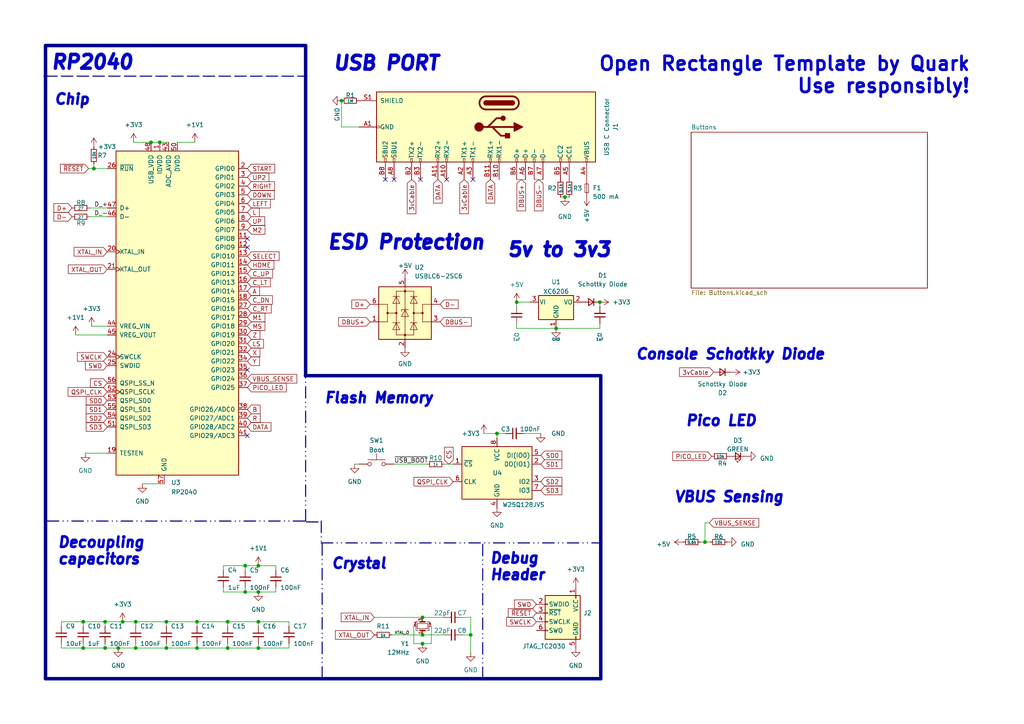
<source format=kicad_sch>
(kicad_sch (version 20230121) (generator eeschema)
  (paper "A4")
  (lib_symbols
    (symbol "Connector:USB_C_Receptacle" (pin_names (offset 1.016))
      (property "Reference" "J" (at -10.16 29.21 0))
      (property "Value" "USB_C_Receptacle" (at 10.16 29.21 0))
      (symbol "USB_C_Receptacle_1_1"
        (pin passive line (at 0 -40.64 90) (length 5.08) (name "GND") (number "A1"))
        (pin bidirectional line (at 15.24 -15.24 180) (length 5.08) (name "RX2-") (number "A10"))
        (pin bidirectional line (at 15.24 -17.78 180) (length 5.08) (name "RX2+") (number "A11"))
        (pin passive line (at 0 -40.64 90) (length 5.08) hide (name "GND") (number "A12"))
        (pin bidirectional line (at 15.24 -10.16 180) (length 5.08) (name "TX1+") (number "A2"))
        (pin bidirectional line (at 15.24 -7.62 180) (length 5.08) (name "TX1-") (number "A3"))
        (pin passive line (at 15.24 25.4 180) (length 5.08) (name "VBUS") (number "A4"))
        (pin bidirectional line (at 15.24 20.32 180) (length 5.08) (name "CC1") (number "A5"))
        (pin bidirectional line (at 15.24 7.62 180) (length 5.08) (name "D+") (number "A6"))
        (pin bidirectional line (at 15.24 12.7 180) (length 5.08) (name "D-") (number "A7"))
        (pin bidirectional line (at 15.24 -30.48 180) (length 5.08) (name "SBU1") (number "A8"))
        (pin passive line (at 15.24 25.4 180) (length 5.08) hide (name "VBUS") (number "A9"))
        (pin passive line (at 0 -40.64 90) (length 5.08) hide (name "GND") (number "B1"))
        (pin bidirectional line (at 15.24 0 180) (length 5.08) (name "RX1-") (number "B10"))
        (pin bidirectional line (at 15.24 -2.54 180) (length 5.08) (name "RX1+") (number "B11"))
        (pin passive line (at 0 -40.64 90) (length 5.08) hide (name "GND") (number "B12"))
        (pin bidirectional line (at 15.24 -25.4 180) (length 5.08) (name "TX2+") (number "B2"))
        (pin bidirectional line (at 15.24 -22.86 180) (length 5.08) (name "TX2-") (number "B3"))
        (pin passive line (at 15.24 25.4 180) (length 5.08) hide (name "VBUS") (number "B4"))
        (pin bidirectional line (at 15.24 17.78 180) (length 5.08) (name "CC2") (number "B5"))
        (pin bidirectional line (at 15.24 5.08 180) (length 5.08) (name "D+") (number "B6"))
        (pin bidirectional line (at 15.24 10.16 180) (length 5.08) (name "D-") (number "B7"))
        (pin bidirectional line (at 15.24 -33.02 180) (length 5.08) (name "SBU2") (number "B8"))
        (pin passive line (at 15.24 25.4 180) (length 5.08) hide (name "VBUS") (number "B9"))
        (pin passive line (at -7.62 -40.64 90) (length 5.08) (name "SHIELD") (number "S1"))
      )
    )
    (symbol "Device:C_Small" (pin_numbers hide) (pin_names (offset 0.254) hide)
      (property "Reference" "C" (at 0.254 1.778 0))
      (property "Value" "C_Small" (at 0.254 -2.032 0))
      (symbol "C_Small_1_1"
        (pin passive line (at 0 2.54 270) (length 2.032) (name "~") (number "1"))
        (pin passive line (at 0 -2.54 90) (length 2.032) (name "~") (number "2"))
      )
    )
    (symbol "Device:Crystal_GND24_Small" (pin_names (offset 1.016) hide)
      (property "Reference" "Y" (at 1.27 4.445 0))
      (property "Value" "Crystal_GND24_Small" (at 1.27 2.54 0))
      (symbol "Crystal_GND24_Small_1_1"
        (pin passive line (at -2.54 0 0) (length 1.27) (name "1") (number "1"))
        (pin passive line (at 0 -2.54 90) (length 0.635) (name "2") (number "2"))
        (pin passive line (at 2.54 0 180) (length 1.27) (name "3") (number "3"))
        (pin passive line (at 0 2.54 270) (length 0.635) (name "4") (number "4"))
      )
    )
    (symbol "Device:D_Small" (pin_numbers hide) (pin_names (offset 0.254) hide)
      (property "Reference" "D" (at -1.27 2.032 0))
      (property "Value" "D_Small" (at -3.81 -2.032 0))
      (symbol "D_Small_1_1"
        (pin passive line (at -2.54 0 0) (length 1.778) (name "K") (number "1"))
        (pin passive line (at 2.54 0 180) (length 1.778) (name "A") (number "2"))
      )
    )
    (symbol "Device:Fuse_Small" (pin_numbers hide) (pin_names (offset 0.254) hide)
      (property "Reference" "F" (at 0 -1.524 0))
      (property "Value" "Fuse_Small" (at 0 1.524 0))
      (symbol "Fuse_Small_1_1"
        (pin passive line (at -2.54 0 0) (length 1.27) (name "~") (number "1"))
        (pin passive line (at 2.54 0 180) (length 1.27) (name "~") (number "2"))
      )
    )
    (symbol "Device:LED_Small" (pin_numbers hide) (pin_names (offset 0.254) hide)
      (property "Reference" "D" (at -1.27 3.175 0))
      (property "Value" "LED_Small" (at -4.445 -2.54 0))
      (symbol "LED_Small_1_1"
        (pin passive line (at -2.54 0 0) (length 1.778) (name "K") (number "1"))
        (pin passive line (at 2.54 0 180) (length 1.778) (name "A") (number "2"))
      )
    )
    (symbol "Device:R_Small" (pin_numbers hide) (pin_names (offset 0.254) hide)
      (property "Reference" "R" (at 0.762 0.508 0))
      (property "Value" "R_Small" (at 0.762 -1.016 0))
      (symbol "R_Small_1_1"
        (pin passive line (at 0 2.54 270) (length 0.762) (name "~") (number "1"))
        (pin passive line (at 0 -2.54 90) (length 0.762) (name "~") (number "2"))
      )
    )
    (symbol "Memory_Flash:W25Q128JVS"
      (property "Reference" "U" (at -8.89 8.89 0))
      (property "Value" "W25Q128JVS" (at 7.62 8.89 0))
      (symbol "W25Q128JVS_1_1"
        (pin input line (at -12.7 2.54 0) (length 2.54) (name "~{CS}") (number "1"))
        (pin bidirectional line (at 12.7 2.54 180) (length 2.54) (name "DO(IO1)") (number "2"))
        (pin bidirectional line (at 12.7 -2.54 180) (length 2.54) (name "IO2") (number "3"))
        (pin power_in line (at 0 -10.16 90) (length 2.54) (name "GND") (number "4"))
        (pin bidirectional line (at 12.7 5.08 180) (length 2.54) (name "DI(IO0)") (number "5"))
        (pin input line (at -12.7 -2.54 0) (length 2.54) (name "CLK") (number "6"))
        (pin bidirectional line (at 12.7 -5.08 180) (length 2.54) (name "IO3") (number "7"))
        (pin power_in line (at 0 10.16 270) (length 2.54) (name "VCC") (number "8"))
      )
    )
    (symbol "Power_Protection:USBLC6-2SC6" (pin_names hide)
      (property "Reference" "U" (at 2.54 8.89 0))
      (property "Value" "USBLC6-2SC6" (at 2.54 -8.89 0))
      (symbol "USBLC6-2SC6_1_1"
        (pin passive line (at -10.16 -2.54 0) (length 2.54) (name "I/O1") (number "1"))
        (pin passive line (at 0 -10.16 90) (length 2.54) (name "GND") (number "2"))
        (pin passive line (at 10.16 -2.54 180) (length 2.54) (name "I/O2") (number "3"))
        (pin passive line (at 10.16 2.54 180) (length 2.54) (name "I/O2") (number "4"))
        (pin passive line (at 0 10.16 270) (length 2.54) (name "VBUS") (number "5"))
        (pin passive line (at -10.16 2.54 0) (length 2.54) (name "I/O1") (number "6"))
      )
    )
    (symbol "Regulator_Linear:XC6206PxxxMR" (pin_names (offset 0.254))
      (property "Reference" "U" (at -3.81 3.175 0))
      (property "Value" "XC6206PxxxMR" (at 0 3.175 0))
      (symbol "XC6206PxxxMR_1_1"
        (pin power_in line (at 0 -7.62 90) (length 2.54) (name "GND") (number "1"))
        (pin power_out line (at 7.62 0 180) (length 2.54) (name "VO") (number "2"))
        (pin power_in line (at -7.62 0 0) (length 2.54) (name "VI") (number "3"))
      )
    )
    (symbol "Sleep-lib:RP2040" (pin_names (offset 1.016))
      (property "Reference" "U" (at 8.89 51.435 0))
      (property "Value" "RP2040" (at 8.89 48.895 0))
      (symbol "RP2040_1_1"
        (pin power_in line (at -5.08 50.8 270) (length 2.54) (name "IOVDD") (number "1"))
        (pin power_in line (at -5.08 50.8 270) (length 2.54) hide (name "IOVDD") (number "10"))
        (pin input line (at 20.32 22.86 180) (length 2.54) (name "GPIO8") (number "11"))
        (pin input line (at 20.32 20.32 180) (length 2.54) (name "GPIO9") (number "12"))
        (pin input line (at 20.32 17.78 180) (length 2.54) (name "GPIO10") (number "13"))
        (pin input line (at 20.32 15.24 180) (length 2.54) (name "GPIO11") (number "14"))
        (pin input line (at 20.32 12.7 180) (length 2.54) (name "GPIO12") (number "15"))
        (pin input line (at 20.32 10.16 180) (length 2.54) (name "GPIO13") (number "16"))
        (pin input line (at 20.32 7.62 180) (length 2.54) (name "GPIO14") (number "17"))
        (pin input line (at 20.32 5.08 180) (length 2.54) (name "GPIO15") (number "18"))
        (pin input line (at -20.32 -39.37 0) (length 2.54) (name "TESTEN") (number "19"))
        (pin input line (at 20.32 43.18 180) (length 2.54) (name "GPIO0") (number "2"))
        (pin input clock (at -20.32 19.05 0) (length 2.54) (name "XTAL_IN") (number "20"))
        (pin input clock (at -20.32 13.97 0) (length 2.54) (name "XTAL_OUT") (number "21"))
        (pin power_in line (at -5.08 50.8 270) (length 2.54) hide (name "IOVDD") (number "22"))
        (pin power_in line (at 0 50.8 270) (length 2.54) hide (name "DVDD") (number "23"))
        (pin input clock (at -20.32 -11.43 0) (length 2.54) (name "SWCLK") (number "24"))
        (pin bidirectional line (at -20.32 -13.97 0) (length 2.54) (name "SWDIO") (number "25"))
        (pin input line (at -20.32 43.18 0) (length 2.54) (name "~{RUN}") (number "26"))
        (pin input line (at 20.32 2.54 180) (length 2.54) (name "GPIO16") (number "27"))
        (pin input line (at 20.32 0 180) (length 2.54) (name "GPIO17") (number "28"))
        (pin input line (at 20.32 -2.54 180) (length 2.54) (name "GPIO18") (number "29"))
        (pin input line (at 20.32 40.64 180) (length 2.54) (name "GPIO1") (number "3"))
        (pin input line (at 20.32 -5.08 180) (length 2.54) (name "GPIO19") (number "30"))
        (pin input line (at 20.32 -7.62 180) (length 2.54) (name "GPIO20") (number "31"))
        (pin input line (at 20.32 -10.16 180) (length 2.54) (name "GPIO21") (number "32"))
        (pin power_in line (at -5.08 50.8 270) (length 2.54) hide (name "IOVDD") (number "33"))
        (pin input line (at 20.32 -12.7 180) (length 2.54) (name "GPIO22") (number "34"))
        (pin input line (at 20.32 -15.24 180) (length 2.54) (name "GPIO23") (number "35"))
        (pin input line (at 20.32 -17.78 180) (length 2.54) (name "GPIO24") (number "36"))
        (pin input line (at 20.32 -20.32 180) (length 2.54) (name "GPIO25") (number "37"))
        (pin input line (at 20.32 -26.67 180) (length 2.54) (name "GPIO26/ADC0") (number "38"))
        (pin input line (at 20.32 -29.21 180) (length 2.54) (name "GPIO27/ADC1") (number "39"))
        (pin input line (at 20.32 38.1 180) (length 2.54) (name "GPIO2") (number "4"))
        (pin input line (at 20.32 -31.75 180) (length 2.54) (name "GPIO28/ADC2") (number "40"))
        (pin input line (at 20.32 -34.29 180) (length 2.54) (name "GPIO29/ADC3") (number "41"))
        (pin power_in line (at -5.08 50.8 270) (length 2.54) hide (name "IOVDD") (number "42"))
        (pin power_in line (at -2.54 50.8 270) (length 2.54) (name "ADC_AVDD") (number "43"))
        (pin power_in line (at -20.32 -2.54 0) (length 2.54) (name "VREG_VIN") (number "44"))
        (pin power_out line (at -20.32 -5.08 0) (length 2.54) (name "VREG_VOUT") (number "45"))
        (pin bidirectional line (at -20.32 29.21 0) (length 2.54) (name "D-") (number "46"))
        (pin bidirectional line (at -20.32 31.75 0) (length 2.54) (name "D+") (number "47"))
        (pin power_in line (at -7.62 50.8 270) (length 2.54) (name "USB_VDD") (number "48"))
        (pin power_in line (at -5.08 50.8 270) (length 2.54) hide (name "IOVDD") (number "49"))
        (pin input line (at 20.32 35.56 180) (length 2.54) (name "GPIO3") (number "5"))
        (pin power_in line (at 0 50.8 270) (length 2.54) (name "DVDD") (number "50"))
        (pin bidirectional line (at -20.32 -31.75 0) (length 2.54) (name "QSPI_SD3") (number "51"))
        (pin input clock (at -20.32 -21.59 0) (length 2.54) (name "QSPI_SCLK") (number "52"))
        (pin bidirectional line (at -20.32 -24.13 0) (length 2.54) (name "QSPI_SD0") (number "53"))
        (pin bidirectional line (at -20.32 -29.21 0) (length 2.54) (name "QSPI_SD2") (number "54"))
        (pin bidirectional line (at -20.32 -26.67 0) (length 2.54) (name "QSPI_SD1") (number "55"))
        (pin bidirectional line (at -20.32 -19.05 0) (length 2.54) (name "QSPI_SS_N") (number "56"))
        (pin power_in line (at -3.81 -48.26 90) (length 2.54) (name "GND") (number "57"))
        (pin input line (at 20.32 33.02 180) (length 2.54) (name "GPIO4") (number "6"))
        (pin input line (at 20.32 30.48 180) (length 2.54) (name "GPIO5") (number "7"))
        (pin input line (at 20.32 27.94 180) (length 2.54) (name "GPIO6") (number "8"))
        (pin input line (at 20.32 25.4 180) (length 2.54) (name "GPIO7") (number "9"))
      )
    )
    (symbol "Switch:SW_Push" (pin_numbers hide) (pin_names (offset 1.016) hide)
      (property "Reference" "SW" (at 1.27 2.54 0))
      (property "Value" "SW_Push" (at 0 -1.524 0))
      (symbol "SW_Push_0_1"
        (pin passive line (at -5.08 0 0) (length 2.54) (name "1") (number "1"))
        (pin passive line (at 5.08 0 180) (length 2.54) (name "2") (number "2"))
      )
    )
    (symbol "marbastlib-various:JTAG_TC2030" (pin_names (offset 1.016))
      (property "Reference" "J" (at -3.81 -6.35 0))
      (property "Value" "JTAG_TC2030" (at -10.16 8.89 0))
      (symbol "JTAG_TC2030_1_1"
        (pin passive line (at 5.08 10.16 270) (length 2.54) (name "VCC") (number "1"))
        (pin passive line (at -6.35 5.08 0) (length 2.54) (name "SWDIO") (number "2"))
        (pin passive line (at -6.35 2.54 0) (length 2.54) (name "~{RST}") (number "3"))
        (pin passive line (at -6.35 0 0) (length 2.54) (name "SWCLK") (number "4"))
        (pin passive line (at 5.08 -7.62 90) (length 2.54) (name "GND") (number "5"))
        (pin passive line (at -6.35 -2.54 0) (length 2.54) (name "SWO") (number "6"))
      )
    )
    (symbol "power:+1V1" (power) (pin_names (offset 0))
      (property "Value" "+1V1" (at 0 3.556 0))
      (symbol "+1V1_1_1"
        (pin power_in line (at 0 0 90) (length 0) hide (name "+1V1") (number "1"))
      )
    )
    (symbol "power:+3.3V" (power) (pin_names (offset 0))
      (property "Value" "+3.3V" (at 0 3.556 0))
      (symbol "+3.3V_1_1"
        (pin power_in line (at 0 0 90) (length 0) hide (name "+3V3") (number "1"))
      )
    )
    (symbol "power:+3V3" (power) (pin_names (offset 0))
      (property "Value" "+3V3" (at 0 3.556 0))
      (symbol "+3V3_1_1"
        (pin power_in line (at 0 0 90) (length 0) hide (name "+3V3") (number "1"))
      )
    )
    (symbol "power:+5V" (power) (pin_names (offset 0))
      (property "Value" "+5V" (at 0 3.556 0))
      (symbol "+5V_1_1"
        (pin power_in line (at 0 0 90) (length 0) hide (name "+5V") (number "1"))
      )
    )
    (symbol "power:GND" (power) (pin_names (offset 0))
      (property "Value" "GND" (at 0 -3.81 0))
      (symbol "GND_1_1"
        (pin power_in line (at 0 0 270) (length 0) hide (name "GND") (number "1"))
      )
    )
  )
  (junction (at 74.93 164.084))
  (junction (at 140.001 196.85))
  (junction (at 39.37 187.96))
  (junction (at 57.15 180.34))
  (junction (at 66.04 187.96))
  (junction (at 24.13 180.34))
  (junction (at 30.48 180.34))
  (junction (at 35.56 180.34))
  (junction (at 122.555 179.07))
  (junction (at 174.244 157.4631))
  (junction (at 30.48 187.96))
  (junction (at 136.525 184.15))
  (junction (at 48.26 180.34))
  (junction (at 34.29 187.96))
  (junction (at 204.47 157.226))
  (junction (at 74.93 180.34))
  (junction (at 46.355 41.275))
  (junction (at 13.208 22.098))
  (junction (at 149.86 87.63) (diameter 0.9144))
  (junction (at 71.12 164.084))
  (junction (at 122.555 186.69))
  (junction (at 57.15 187.96))
  (junction (at 43.815 41.275))
  (junction (at 74.93 187.96))
  (junction (at 24.13 187.96))
  (junction (at 71.12 171.704))
  (junction (at 173.99 87.63))
  (junction (at 74.93 171.704))
  (junction (at 88.646 22.098))
  (junction (at 27.2222 48.895))
  (junction (at 144.145 125.73))
  (junction (at 99.06 29.21))
  (junction (at 161.29 95.25) (diameter 0.9144))
  (junction (at 48.26 187.96))
  (junction (at 39.37 180.34))
  (junction (at 122.555 184.15))
  (junction (at 66.04 180.34))
  (junction (at 88.646 108.966))
  (junction (at 163.8554 57.15))
  (no_connect (at 71.755 69.215))
  (no_connect (at 71.755 107.315))
  (no_connect (at 114.3 52.07))
  (no_connect (at 71.755 71.755))
  (no_connect (at 129.54 52.07))
  (no_connect (at 71.755 126.365))
  (no_connect (at 137.16 52.07))
  (no_connect (at 111.76 52.07))
  (no_connect (at 121.92 52.07))
  (wire (pts (xy 31.115 97.155) (xy 21.9456 97.155)))
  (wire (pts (xy 57.15 180.34) (xy 57.15 181.61)))
  (wire (pts (xy 17.78 187.96) (xy 24.13 187.96)))
  (wire (pts (xy 43.815 41.275) (xy 46.355 41.275)))
  (wire (pts (xy 136.525 179.07) (xy 136.525 184.15)))
  (wire (pts (xy 64.77 164.084) (xy 64.77 165.354)))
  (wire (pts (xy 57.15 186.69) (xy 57.15 187.96)))
  (wire (pts (xy 24.765 131.445) (xy 31.115 131.445)))
  (wire (pts (xy 125.095 181.61) (xy 125.095 186.69)))
  (wire (pts (xy 120.015 181.61) (xy 120.015 186.69)))
  (wire (pts (xy 24.13 187.96) (xy 30.48 187.96)))
  (wire (pts (xy 27.2222 47.625) (xy 27.2222 48.895)))
  (wire (pts (xy 71.12 164.084) (xy 71.12 165.354)))
  (wire (pts (xy 57.15 187.96) (xy 66.04 187.96)))
  (bus (pts (xy 174.244 157.4631) (xy 174.244 108.966)) (stroke (width 1)))
  (wire (pts (xy 74.93 187.96) (xy 83.82 187.96)))
  (wire (pts (xy 136.525 184.15) (xy 133.985 184.15)))
  (wire (pts (xy 17.78 180.34) (xy 24.13 180.34)))
  (wire (pts (xy 41.275 140.335) (xy 47.625 140.335)))
  (wire (pts (xy 114.3 134.62) (xy 123.825 134.62)))
  (wire (pts (xy 64.77 171.704) (xy 71.12 171.704)))
  (wire (pts (xy 102.87 134.62) (xy 104.14 134.62)))
  (wire (pts (xy 161.29 95.25) (xy 149.86 95.25)))
  (wire (pts (xy 128.905 184.15) (xy 122.555 184.15)))
  (wire (pts (xy 25.9842 62.865) (xy 31.115 62.865)))
  (wire (pts (xy 144.145 125.73) (xy 146.685 125.73)))
  (bus (pts (xy 88.646 108.966) (xy 174.244 108.966)) (stroke (width 1)))
  (bus (pts (xy 174.244 157.4631) (xy 174.244 157.48)))
  (wire (pts (xy 30.48 180.34) (xy 35.56 180.34)))
  (bus (pts (xy 88.646 13.208) (xy 88.646 22.098)) (stroke (width 1)))
  (wire (pts (xy 25.9842 60.325) (xy 31.115 60.325)))
  (wire (pts (xy 80.01 164.084) (xy 80.01 165.354)))
  (wire (pts (xy 74.93 180.34) (xy 83.82 180.34)))
  (wire (pts (xy 149.86 87.63) (xy 149.86 88.9)))
  (wire (pts (xy 66.04 186.69) (xy 66.04 187.96)))
  (wire (pts (xy 39.37 187.96) (xy 48.26 187.96)))
  (wire (pts (xy 35.56 180.34) (xy 39.37 180.34)))
  (wire (pts (xy 203.2 157.226) (xy 204.47 157.226)))
  (wire (pts (xy 83.82 180.34) (xy 83.82 181.61)))
  (wire (pts (xy 51.435 41.275) (xy 56.515 41.275)))
  (wire (pts (xy 38.735 41.275) (xy 43.815 41.275)))
  (wire (pts (xy 39.37 187.96) (xy 39.37 186.69)))
  (wire (pts (xy 66.04 180.34) (xy 74.93 180.34)))
  (wire (pts (xy 74.93 171.704) (xy 80.01 171.704)))
  (wire (pts (xy 34.29 187.96) (xy 39.37 187.96)))
  (wire (pts (xy 48.26 180.34) (xy 48.26 181.61)))
  (wire (pts (xy 39.37 180.34) (xy 39.37 181.61)))
  (wire (pts (xy 83.82 187.96) (xy 83.82 186.69)))
  (wire (pts (xy 39.37 180.34) (xy 48.26 180.34)))
  (bus (pts (xy 140.001 196.85) (xy 174.244 196.85)) (stroke (width 1)))
  (bus (pts (xy 88.646 151.13) (xy 88.646 108.966)) (stroke (width 0) (type dash_dot_dot)))
  (wire (pts (xy 125.095 186.69) (xy 122.555 186.69)))
  (wire (pts (xy 74.93 164.084) (xy 80.01 164.084)))
  (bus (pts (xy 93.1852 151.13) (xy 93.1852 157.4631)) (stroke (width 0) (type dash_dot_dot)))
  (wire (pts (xy 108.585 179.07) (xy 122.555 179.07)))
  (wire (pts (xy 204.47 157.226) (xy 205.9178 157.226)))
  (wire (pts (xy 144.145 125.73) (xy 144.145 127)))
  (wire (pts (xy 71.12 171.704) (xy 74.93 171.704)))
  (wire (pts (xy 30.48 180.34) (xy 24.13 180.34)))
  (wire (pts (xy 149.86 93.98) (xy 149.86 95.25)))
  (wire (pts (xy 30.48 180.34) (xy 30.48 181.61)))
  (wire (pts (xy 48.26 187.96) (xy 57.15 187.96)))
  (wire (pts (xy 71.12 170.434) (xy 71.12 171.704)))
  (wire (pts (xy 162.56 57.15) (xy 163.8554 57.15)))
  (wire (pts (xy 128.905 134.62) (xy 131.445 134.62)))
  (wire (pts (xy 173.99 93.9546) (xy 173.99 95.25)))
  (wire (pts (xy 133.985 179.07) (xy 136.525 179.07)))
  (wire (pts (xy 99.06 36.83) (xy 99.06 29.21)))
  (wire (pts (xy 151.765 125.73) (xy 156.845 125.73)))
  (wire (pts (xy 74.93 180.34) (xy 74.93 181.61)))
  (bus (pts (xy 93.1852 157.4631) (xy 174.244 157.4631)) (stroke (width 0) (type dash_dot_dot)))
  (wire (pts (xy 120.015 186.69) (xy 122.555 186.69)))
  (wire (pts (xy 25.6793 48.895) (xy 27.2222 48.895)))
  (wire (pts (xy 157.48 52.07) (xy 154.94 52.07)))
  (wire (pts (xy 48.26 187.96) (xy 48.26 186.69)))
  (wire (pts (xy 80.01 171.704) (xy 80.01 170.434)))
  (wire (pts (xy 71.12 164.084) (xy 64.77 164.084)))
  (wire (pts (xy 26.5684 94.615) (xy 31.115 94.615)))
  (bus (pts (xy 13.208 22.098) (xy 88.646 22.098)) (stroke (width 0) (type dash)))
  (wire (pts (xy 140.335 125.73) (xy 144.145 125.73)))
  (bus (pts (xy 13.716 151.13) (xy 88.646 151.13)) (stroke (width 0) (type dash_dot_dot)))
  (bus (pts (xy 174.244 196.85) (xy 174.244 157.4631)) (stroke (width 1)))
  (bus (pts (xy 88.646 22.098) (xy 88.646 108.966)) (stroke (width 1)))
  (wire (pts (xy 57.15 180.34) (xy 66.04 180.34)))
  (wire (pts (xy 17.78 181.61) (xy 17.78 180.34)))
  (wire (pts (xy 66.04 187.96) (xy 74.93 187.96)))
  (wire (pts (xy 46.355 41.275) (xy 48.895 41.275)))
  (wire (pts (xy 74.93 187.96) (xy 74.93 186.69)))
  (wire (pts (xy 163.8554 57.15) (xy 165.1 57.15)))
  (wire (pts (xy 17.78 186.69) (xy 17.78 187.96)))
  (wire (pts (xy 27.2222 48.895) (xy 31.115 48.895)))
  (wire (pts (xy 74.93 164.084) (xy 71.12 164.084)))
  (wire (pts (xy 104.14 36.83) (xy 99.06 36.83)))
  (wire (pts (xy 205.74 151.638) (xy 204.47 151.638)))
  (bus (pts (xy 140.001 196.85) (xy 140.001 157.48)) (stroke (width 0) (type dash_dot_dot)))
  (wire (pts (xy 24.13 180.34) (xy 24.13 181.61)))
  (wire (pts (xy 204.47 151.638) (xy 204.47 157.226)))
  (bus (pts (xy 13.208 13.208) (xy 13.208 22.098)) (stroke (width 1)))
  (wire (pts (xy 66.04 180.34) (xy 66.04 181.61)))
  (wire (pts (xy 30.48 186.69) (xy 30.48 187.96)))
  (wire (pts (xy 64.77 170.434) (xy 64.77 171.704)))
  (bus (pts (xy 93.4392 157.7171) (xy 93.4392 197.104)) (stroke (width 0) (type dash_dot_dot)))
  (wire (pts (xy 128.905 179.07) (xy 122.555 179.07)))
  (wire (pts (xy 173.99 88.8746) (xy 173.99 87.63)))
  (wire (pts (xy 122.555 184.15) (xy 113.665 184.15)))
  (wire (pts (xy 30.48 187.96) (xy 34.29 187.96)))
  (wire (pts (xy 24.13 186.69) (xy 24.13 187.96)))
  (bus (pts (xy 13.208 196.85) (xy 140.001 196.85)) (stroke (width 1)))
  (wire (pts (xy 136.525 184.15) (xy 136.525 189.23)))
  (bus (pts (xy 13.208 13.208) (xy 88.646 13.208)) (stroke (width 1)))
  (wire (pts (xy 48.26 180.34) (xy 57.15 180.34)))
  (bus (pts (xy 13.208 22.098) (xy 13.208 196.85)) (stroke (width 1)))
  (wire (pts (xy 161.29 95.25) (xy 173.99 95.25)))
  (wire (pts (xy 152.4 52.07) (xy 149.86 52.07)))
  (wire (pts (xy 149.86 87.63) (xy 153.67 87.63)))
  (bus (pts (xy 88.9 151.384) (xy 93.4392 151.384)) (stroke (width 0) (type dash_dot_dot)))
  (text "Console Schotkky Diode" (at 184.15 104.648 0) (effects (font (size 3 3) (thickness 2) bold italic) (justify left bottom)))
  (text "Crystal" (at 95.885 165.354 0) (effects (font (size 3 3) (thickness 2) bold italic) (justify left bottom)))
  (text "USB PORT" (at 96.266 20.828 0) (effects (font (size 4 4) (thickness 2) bold italic) (justify left bottom)))
  (text "Flash Memory" (at 93.853 117.348 0) (effects (font (size 3 3) (thickness 2) bold italic) (justify left bottom)))
  (text "Pico LED" (at 198.628 123.952 0) (effects (font (size 3 3) (thickness 2) bold italic) (justify left bottom)))
  (text "Open Rectangle Template by Quark\nUse responsibly!" (at 281.686 27.432 0) (effects (font (size 4 4) (thickness 0.8) bold) (justify right bottom)))
  (text "RP2040" (at 14.478 20.574 0) (effects (font (size 4 4) (thickness 2) bold italic) (justify left bottom)))
  (text "Debug\nHeader" (at 141.859 168.656 0) (effects (font (size 3 3) (thickness 2) bold italic) (justify left bottom)))
  (text "VBUS Sensing" (at 195.326 146.05 0) (effects (font (size 3 3) (thickness 2) bold italic) (justify left bottom)))
  (text "Chip" (at 15.494 30.734 0) (effects (font (size 3 3) (thickness 2) bold italic) (justify left bottom)))
  (text "5v to 3v3" (at 146.812 74.93 0) (effects (font (size 4 4) (thickness 2) bold italic) (justify left bottom)))
  (text "ESD Protection" (at 94.615 72.771 0) (effects (font (size 4 4) (thickness 2) bold italic) (justify left bottom)))
  (text "Decoupling\ncapacitors" (at 16.51 164.084 0) (effects (font (size 3 3) (thickness 2) bold italic) (justify left bottom)))
  (label "D_+" (at 27.305 60.325 0))
  (label "~{USB_BOOT}" (at 114.3 134.62 0))
  (label "D_-" (at 27.305 62.865 0))
  (label "XTAL_O" (at 118.745 184.15 180) (effects (font (size 0.8 0.8))))
  (global_label "D+" (shape input) (at 107.315 88.265 180) (property "Intersheetrefs" "${INTERSHEET_REFS}" (effects hide)))
  (global_label "C_UP" (shape input) (at 71.755 79.375 0) (property "Intersheetrefs" "${INTERSHEET_REFS}" (effects hide)))
  (global_label "3vCable" (shape input) (at 134.62 52.07 270) (property "Intersheetrefs" "${INTERSHEET_REFS}" (effects hide)))
  (global_label "~{RESET}" (shape input) (at 155.575 177.8 180) (property "Intersheetrefs" "${INTERSHEET_REFS}" (effects hide)))
  (global_label "SWD" (shape input) (at 155.575 175.26 180) (property "Intersheetrefs" "${INTERSHEET_REFS}" (effects hide)))
  (global_label "SD0" (shape input) (at 31.115 116.205 180) (property "Intersheetrefs" "${INTERSHEET_REFS}" (effects hide)))
  (global_label "START" (shape input) (at 71.755 48.895 0) (property "Intersheetrefs" "${INTERSHEET_REFS}" (effects hide)))
  (global_label "QSPI_CLK" (shape input) (at 131.445 139.7 180) (property "Intersheetrefs" "${INTERSHEET_REFS}" (effects hide)))
  (global_label "UP2" (shape input) (at 71.755 51.435 0) (property "Intersheetrefs" "${INTERSHEET_REFS}" (effects hide)))
  (global_label "SD0" (shape input) (at 156.845 132.08 0) (property "Intersheetrefs" "${INTERSHEET_REFS}" (effects hide)))
  (global_label "D-" (shape input) (at 20.9042 62.865 180) (property "Intersheetrefs" "${INTERSHEET_REFS}" (effects hide)))
  (global_label "DATA" (shape input) (at 71.755 123.825 0) (property "Intersheetrefs" "${INTERSHEET_REFS}" (effects hide)))
  (global_label "SWD" (shape input) (at 31.115 106.045 180) (property "Intersheetrefs" "${INTERSHEET_REFS}" (effects hide)))
  (global_label "SD3" (shape input) (at 156.845 142.24 0) (property "Intersheetrefs" "${INTERSHEET_REFS}" (effects hide)))
  (global_label "UP" (shape input) (at 71.755 64.135 0) (property "Intersheetrefs" "${INTERSHEET_REFS}" (effects hide)))
  (global_label "PICO_LED" (shape input) (at 71.755 112.395 0) (property "Intersheetrefs" "${INTERSHEET_REFS}" (effects hide)))
  (global_label "PICO_LED" (shape input) (at 206.4258 132.334 180) (property "Intersheetrefs" "${INTERSHEET_REFS}" (effects hide)))
  (global_label "VBUS_SENSE" (shape input) (at 205.74 151.638 0) (property "Intersheetrefs" "${INTERSHEET_REFS}" (effects hide)))
  (global_label "MS" (shape input) (at 71.755 94.615 0) (property "Intersheetrefs" "${INTERSHEET_REFS}" (effects hide)))
  (global_label "DATA" (shape input) (at 142.24 52.07 270) (property "Intersheetrefs" "${INTERSHEET_REFS}" (effects hide)))
  (global_label "SD1" (shape input) (at 31.115 118.745 180) (property "Intersheetrefs" "${INTERSHEET_REFS}" (effects hide)))
  (global_label "HOME" (shape input) (at 71.755 76.835 0) (property "Intersheetrefs" "${INTERSHEET_REFS}" (effects hide)))
  (global_label "SD3" (shape input) (at 31.115 123.825 180) (property "Intersheetrefs" "${INTERSHEET_REFS}" (effects hide)))
  (global_label "XTAL_OUT" (shape input) (at 31.115 78.105 180) (property "Intersheetrefs" "${INTERSHEET_REFS}" (effects hide)))
  (global_label "C_LT" (shape input) (at 71.755 81.915 0) (property "Intersheetrefs" "${INTERSHEET_REFS}" (effects hide)))
  (global_label "DBUS-" (shape input) (at 127.635 93.345 0) (property "Intersheetrefs" "${INTERSHEET_REFS}" (effects hide)))
  (global_label "R" (shape input) (at 71.755 121.285 0) (property "Intersheetrefs" "${INTERSHEET_REFS}" (effects hide)))
  (global_label "A" (shape input) (at 71.755 84.455 0) (property "Intersheetrefs" "${INTERSHEET_REFS}" (effects hide)))
  (global_label "SELECT" (shape input) (at 71.755 74.295 0) (property "Intersheetrefs" "${INTERSHEET_REFS}" (effects hide)))
  (global_label "D-" (shape input) (at 127.635 88.265 0) (property "Intersheetrefs" "${INTERSHEET_REFS}" (effects hide)))
  (global_label "M2" (shape input) (at 71.755 66.675 0) (property "Intersheetrefs" "${INTERSHEET_REFS}" (effects hide)))
  (global_label "CS" (shape input) (at 31.115 111.125 180) (property "Intersheetrefs" "${INTERSHEET_REFS}" (effects hide)))
  (global_label "SD2" (shape input) (at 156.845 139.7 0) (property "Intersheetrefs" "${INTERSHEET_REFS}" (effects hide)))
  (global_label "L" (shape input) (at 71.755 61.595 0) (property "Intersheetrefs" "${INTERSHEET_REFS}" (effects hide)))
  (global_label "3vCable" (shape input) (at 207.01 107.95 180) (property "Intersheetrefs" "${INTERSHEET_REFS}" (effects hide)))
  (global_label "DBUS-" (shape input) (at 156.2608 52.07 270) (property "Intersheetrefs" "${INTERSHEET_REFS}" (effects hide)))
  (global_label "Z" (shape input) (at 71.755 97.155 0) (property "Intersheetrefs" "${INTERSHEET_REFS}" (effects hide)))
  (global_label "CS" (shape input) (at 130.175 134.62 90) (property "Intersheetrefs" "${INTERSHEET_REFS}" (effects hide)))
  (global_label "C_RT" (shape input) (at 71.755 89.535 0) (property "Intersheetrefs" "${INTERSHEET_REFS}" (effects hide)))
  (global_label "C_DN" (shape input) (at 71.755 86.995 0) (property "Intersheetrefs" "${INTERSHEET_REFS}" (effects hide)))
  (global_label "XTAL_IN" (shape input) (at 31.115 73.025 180) (property "Intersheetrefs" "${INTERSHEET_REFS}" (effects hide)))
  (global_label "VBUS_SENSE" (shape input) (at 71.755 109.855 0) (property "Intersheetrefs" "${INTERSHEET_REFS}" (effects hide)))
  (global_label "RIGHT" (shape input) (at 71.755 53.975 0) (property "Intersheetrefs" "${INTERSHEET_REFS}" (effects hide)))
  (global_label "D+" (shape input) (at 20.9042 60.325 180) (property "Intersheetrefs" "${INTERSHEET_REFS}" (effects hide)))
  (global_label "QSPI_CLK" (shape input) (at 31.115 113.665 180) (property "Intersheetrefs" "${INTERSHEET_REFS}" (effects hide)))
  (global_label "B" (shape input) (at 71.755 118.745 0) (property "Intersheetrefs" "${INTERSHEET_REFS}" (effects hide)))
  (global_label "DBUS+" (shape input) (at 107.315 93.345 180) (property "Intersheetrefs" "${INTERSHEET_REFS}" (effects hide)))
  (global_label "DBUS+" (shape input) (at 151.1808 52.07 270) (property "Intersheetrefs" "${INTERSHEET_REFS}" (effects hide)))
  (global_label "~{RESET}" (shape input) (at 25.6793 48.895 180) (property "Intersheetrefs" "${INTERSHEET_REFS}" (effects hide)))
  (global_label "XTAL_OUT" (shape input) (at 108.585 184.15 180) (property "Intersheetrefs" "${INTERSHEET_REFS}" (effects hide)))
  (global_label "3vCable" (shape input) (at 119.38 52.07 270) (property "Intersheetrefs" "${INTERSHEET_REFS}" (effects hide)))
  (global_label "SWCLK" (shape input) (at 31.115 103.505 180) (property "Intersheetrefs" "${INTERSHEET_REFS}" (effects hide)))
  (global_label "LS" (shape input) (at 71.755 99.695 0) (property "Intersheetrefs" "${INTERSHEET_REFS}" (effects hide)))
  (global_label "LEFT" (shape input) (at 71.755 59.055 0) (property "Intersheetrefs" "${INTERSHEET_REFS}" (effects hide)))
  (global_label "SD2" (shape input) (at 31.115 121.285 180) (property "Intersheetrefs" "${INTERSHEET_REFS}" (effects hide)))
  (global_label "Y" (shape input) (at 71.755 104.775 0) (property "Intersheetrefs" "${INTERSHEET_REFS}" (effects hide)))
  (global_label "SWCLK" (shape input) (at 155.575 180.34 180) (property "Intersheetrefs" "${INTERSHEET_REFS}" (effects hide)))
  (global_label "DOWN" (shape input) (at 71.755 56.515 0) (property "Intersheetrefs" "${INTERSHEET_REFS}" (effects hide)))
  (global_label "SD1" (shape input) (at 156.845 134.62 0) (property "Intersheetrefs" "${INTERSHEET_REFS}" (effects hide)))
  (global_label "DATA" (shape input) (at 127 52.07 270) (property "Intersheetrefs" "${INTERSHEET_REFS}" (effects hide)))
  (global_label "M1" (shape input) (at 71.755 92.075 0) (property "Intersheetrefs" "${INTERSHEET_REFS}" (effects hide)))
  (global_label "X" (shape input) (at 71.755 102.235 0) (property "Intersheetrefs" "${INTERSHEET_REFS}" (effects hide)))
  (global_label "XTAL_IN" (shape input) (at 108.585 179.07 180) (property "Intersheetrefs" "${INTERSHEET_REFS}" (effects hide)))
  (symbol (lib_id "Device:R_Small") (at 200.66 157.226 90) (unit 1)
    (property "Reference" "R5" (at 201.9647 155.6231 90) (effects (justify left)))
    (property "Value" "5.6k" (at 202.0165 157.2929 90) (effects (font (size 0.8 0.8)) (justify left)))
    (property "Footprint" "Resistor_SMD:R_0603_1608Metric" (effects hide))
    (property "LCSC" "C23189" (effects hide))
  )
  (symbol (lib_id "Device:R_Small") (at 23.4442 62.865 90) (unit 1)
    (property "Reference" "R9" (at 23.4442 64.7446 90))
    (property "Value" "27" (at 23.4442 62.9666 90) (effects (font (size 0.8 0.8))))
    (property "Footprint" "Resistor_SMD:R_0603_1608Metric" (effects hide))
    (property "LCSC" "C25190" (effects hide))
  )
  (symbol (lib_id "power:GND") (at 216.5858 132.334 90) (unit 1)
    (property "Reference" "#PWR018" (effects hide))
    (property "Value" "GND" (at 220.3958 132.969 90) (effects (justify right)))
  )
  (symbol (lib_id "Sleep-lib:RP2040") (at 51.435 92.075 0) (unit 1)
    (property "Reference" "U3" (at 49.6444 139.9445 0) (effects (justify left)))
    (property "Value" "RP2040" (at 49.6444 142.7196 0) (effects (justify left)))
    (property "Footprint" "footprints:RP2040-QFN-56" (effects hide))
    (property "Datasheet" "https://datasheets.raspberrypi.com/rp2040/rp2040-datasheet.pdf" (effects hide))
    (property "LCSC" "C2040" (effects hide))
  )
  (symbol (lib_id "power:GND") (at 102.87 134.62 0) (unit 1)
    (property "Reference" "#PWR019" (effects hide))
    (property "Value" "GND" (at 102.87 139.7 0))
  )
  (symbol (lib_id "Device:Fuse_Small") (at 170.18 54.61 270) (unit 1)
    (property "Reference" "F1" (at 171.9072 54.5084 90) (effects (justify left)))
    (property "Value" "500 mA" (at 171.9072 57.0484 90) (effects (justify left)))
    (property "Footprint" "Fuse:Fuse_1206_3216Metric" (effects hide))
    (property "LCSC" "C70076" (effects hide))
  )
  (symbol (lib_id "Device:C_Small") (at 71.12 167.894 0) (unit 1)
    (property "Reference" "C5" (at 72.39 165.3539 0) (effects (justify left)))
    (property "Value" "100nF" (at 72.39 170.4339 0) (effects (justify left)))
    (property "Footprint" "Capacitor_SMD:C_0402_1005Metric" (effects hide))
    (property "LCSC" "C1525" (effects hide))
  )
  (symbol (lib_id "Device:D_Small") (at 171.45 87.63 180) (unit 1)
    (property "Reference" "D1" (at 174.8028 79.883 0))
    (property "Value" "Schottky Diode" (at 174.8028 82.423 0))
    (property "Footprint" "Diode_SMD:D_SOD-123" (effects hide))
    (property "LCSC" "C8598" (effects hide))
  )
  (symbol (lib_id "Device:C_Small") (at 57.15 184.15 0) (unit 1)
    (property "Reference" "C14" (at 58.42 181.6099 0) (effects (justify left)))
    (property "Value" "100nF" (at 58.42 186.6899 0) (effects (justify left)))
    (property "Footprint" "Capacitor_SMD:C_0402_1005Metric" (effects hide))
    (property "LCSC" "C1525" (effects hide))
  )
  (symbol (lib_id "Device:Crystal_GND24_Small") (at 122.555 181.61 270) (mirror x) (unit 1)
    (property "Reference" "Y1" (at 118.745 186.69 90) (effects (justify right)))
    (property "Value" "12MHz" (at 118.745 189.23 90) (effects (justify right)))
    (property "Footprint" "Crystal:Crystal_SMD_3225-4Pin_3.2x2.5mm" (effects hide))
    (property "LCSC" "C9002" (effects hide))
  )
  (symbol (lib_id "power:+1V1") (at 21.9456 97.155 0) (unit 1)
    (property "Reference" "#PWR012" (effects hide))
    (property "Value" "+1V1" (at 21.9456 92.075 0))
  )
  (symbol (lib_id "Device:C_Small") (at 149.86 91.44 180) (unit 1)
    (property "Reference" "C2" (at 149.86 97.155 0) (effects (font (size 0.762 0.762))))
    (property "Value" "1uF" (at 149.86 98.425 0) (effects (font (size 0.762 0.762))))
    (property "Footprint" "Capacitor_SMD:C_0402_1005Metric" (effects hide))
    (property "LCSC" "C52923" (effects hide))
  )
  (symbol (lib_id "marbastlib-various:JTAG_TC2030") (at 161.925 180.34 0) (unit 1) (in_bom no)
    (property "Reference" "J2" (at 169.2148 177.7999 0) (effects (justify left)))
    (property "Value" "JTAG_TC2030" (at 151.511 187.452 0) (effects (justify left)))
    (property "Footprint" "Connector:Tag-Connect_TC2030-IDC-NL_2x03_P1.27mm_Vertical" (effects hide))
    (property "Datasheet" " ~" (effects hide))
  )
  (symbol (lib_id "Device:C_Small") (at 149.225 125.73 90) (unit 1)
    (property "Reference" "C3" (at 147.9549 124.46 90) (effects (justify left)))
    (property "Value" "100nF" (at 156.8449 124.46 90) (effects (justify left)))
    (property "Footprint" "Capacitor_SMD:C_0402_1005Metric" (effects hide))
    (property "LCSC" "C1525" (effects hide))
  )
  (symbol (lib_id "power:+3V3") (at 167.005 170.18 0) (unit 1)
    (property "Reference" "#PWR025" (effects hide))
    (property "Value" "+3V3" (at 167.005 165.1 0))
  )
  (symbol (lib_id "Device:R_Small") (at 111.125 184.15 270) (mirror x) (unit 1)
    (property "Reference" "R11" (at 111.125 181.61 90))
    (property "Value" "1k" (at 111.125 184.2449 90) (effects (font (size 0.8 0.8))))
    (property "Footprint" "Resistor_SMD:R_0402_1005Metric" (effects hide))
    (property "LCSC" "C11702" (effects hide))
  )
  (symbol (lib_id "power:GND") (at 41.275 140.335 0) (unit 1)
    (property "Reference" "#PWR020" (effects hide))
    (property "Value" "GND" (at 41.275 145.415 0))
  )
  (symbol (lib_id "Device:R_Small") (at 162.56 54.61 180) (unit 1)
    (property "Reference" "R2" (at 161.4931 54.61 0) (effects (justify left)))
    (property "Value" "5.1k" (at 162.6616 53.2892 90) (effects (font (size 0.8 0.8)) (justify left)))
    (property "Footprint" "Resistor_SMD:R_0402_1005Metric" (effects hide))
    (property "LCSC" "C25905" (effects hide))
  )
  (symbol (lib_id "Device:R_Small") (at 23.4442 60.325 90) (unit 1)
    (property "Reference" "R8" (at 23.4442 58.7756 90))
    (property "Value" "27" (at 23.4442 60.4266 90) (effects (font (size 0.8 0.8))))
    (property "Footprint" "Resistor_SMD:R_0603_1608Metric" (effects hide))
    (property "LCSC" "C25190" (effects hide))
  )
  (symbol (lib_id "power:+3V3") (at 27.2222 42.545 0) (unit 1)
    (property "Reference" "#PWR04" (effects hide))
    (property "Value" "+3V3" (at 31.0322 42.545 0))
  )
  (symbol (lib_id "Device:R_Small") (at 208.4578 157.226 90) (unit 1)
    (property "Reference" "R6" (at 209.7949 155.6531 90) (effects (justify left)))
    (property "Value" "10k" (at 209.5918 157.3376 90) (effects (font (size 0.8 0.8)) (justify left)))
    (property "Footprint" "Resistor_SMD:R_0603_1608Metric" (effects hide))
    (property "LCSC" "C25804" (effects hide))
  )
  (symbol (lib_id "Device:C_Small") (at 173.99 91.4146 180) (unit 1)
    (property "Reference" "C1" (at 173.99 97.1296 0) (effects (font (size 0.762 0.762))))
    (property "Value" "1uF" (at 173.99 98.3996 0) (effects (font (size 0.762 0.762))))
    (property "Footprint" "Capacitor_SMD:C_0402_1005Metric" (effects hide))
    (property "LCSC" "C52923" (effects hide))
  )
  (symbol (lib_id "Device:C_Small") (at 80.01 167.894 0) (unit 1)
    (property "Reference" "C6" (at 81.28 165.3539 0) (effects (justify left)))
    (property "Value" "100nF" (at 81.28 170.4339 0) (effects (justify left)))
    (property "Footprint" "Capacitor_SMD:C_0402_1005Metric" (effects hide))
    (property "LCSC" "C1525" (effects hide))
  )
  (symbol (lib_id "Device:D_Small") (at 209.55 107.95 180) (unit 1)
    (property "Reference" "D2" (at 209.55 113.9444 0))
    (property "Value" "Schottky Diode" (at 209.55 111.4044 0))
    (property "Footprint" "Diode_SMD:D_SOD-123" (effects hide))
    (property "LCSC" "C8598" (effects hide))
  )
  (symbol (lib_id "power:+3V3") (at 35.56 180.34 0) (unit 1)
    (property "Reference" "#PWR027" (effects hide))
    (property "Value" "+3V3" (at 35.56 175.26 0))
  )
  (symbol (lib_id "power:GND") (at 136.525 189.23 0) (mirror y) (unit 1)
    (property "Reference" "#PWR031" (effects hide))
    (property "Value" "GND" (at 136.525 194.31 0))
  )
  (symbol (lib_id "Device:C_Small") (at 64.77 167.894 0) (unit 1)
    (property "Reference" "C4" (at 66.04 165.3539 0) (effects (justify left)))
    (property "Value" "1uF" (at 66.04 170.4339 0) (effects (justify left)))
    (property "Footprint" "Capacitor_SMD:C_0402_1005Metric" (effects hide))
    (property "LCSC" "C52923" (effects hide))
  )
  (symbol (lib_id "power:+1V1") (at 74.93 164.084 0) (unit 1)
    (property "Reference" "#PWR024" (effects hide))
    (property "Value" "+1V1" (at 74.93 159.004 0))
  )
  (symbol (lib_id "Regulator_Linear:XC6206PxxxMR") (at 161.29 87.63 0) (unit 1)
    (property "Reference" "U1" (at 161.29 81.7585 0))
    (property "Value" "XC6206" (at 161.29 84.5336 0))
    (property "Footprint" "Package_TO_SOT_SMD:SOT-23" (effects hide))
    (property "Datasheet" "https://www.torexsemi.com/file/xc6206/XC6206.pdf" (effects hide))
    (property "LCSC" "C5446" (effects hide))
  )
  (symbol (lib_id "Device:LED_Small") (at 214.0458 132.334 180) (unit 1)
    (property "Reference" "D3" (at 213.9823 127.762 0))
    (property "Value" "GREEN" (at 213.9823 130.302 0))
    (property "Footprint" "LED_SMD:LED_0805_2012Metric" (effects hide))
    (property "LCSC" "C2297" (effects hide))
  )
  (symbol (lib_id "Device:C_Small") (at 17.78 184.15 0) (unit 1)
    (property "Reference" "C9" (at 19.05 181.6099 0) (effects (justify left)))
    (property "Value" "10uF" (at 19.05 186.6899 0) (effects (justify left)))
    (property "Footprint" "Capacitor_SMD:C_0402_1005Metric" (effects hide))
    (property "LCSC" "C15525" (effects hide))
  )
  (symbol (lib_id "Device:C_Small") (at 39.37 184.15 0) (unit 1)
    (property "Reference" "C12" (at 40.64 181.6099 0) (effects (justify left)))
    (property "Value" "100nF" (at 40.64 186.6899 0) (effects (justify left)))
    (property "Footprint" "Capacitor_SMD:C_0402_1005Metric" (effects hide))
    (property "LCSC" "C1525" (effects hide))
  )
  (symbol (lib_id "power:GND") (at 210.9978 157.226 90) (unit 1)
    (property "Reference" "#PWR023" (effects hide))
    (property "Value" "GND" (at 214.8078 157.861 90) (effects (justify right)))
  )
  (symbol (lib_id "Device:R_Small") (at 27.2222 45.085 0) (unit 1)
    (property "Reference" "R7" (at 28.2891 45.085 0) (effects (justify left)))
    (property "Value" "10k" (at 27.2985 46.2026 90) (effects (font (size 0.8 0.8)) (justify left)))
    (property "Footprint" "Resistor_SMD:R_0402_1005Metric" (effects hide))
    (property "LCSC" "C25744" (effects hide))
  )
  (symbol (lib_id "Device:C_Small") (at 131.445 179.07 270) (mirror x) (unit 1)
    (property "Reference" "C7" (at 133.985 177.8 90))
    (property "Value" "22pF" (at 128.27 177.8 90))
    (property "Footprint" "Capacitor_SMD:C_0402_1005Metric" (effects hide))
    (property "LCSC" "C1555" (effects hide))
  )
  (symbol (lib_id "power:+3.3V") (at 173.99 87.63 270) (unit 1)
    (property "Reference" "#PWR09" (effects hide))
    (property "Value" "+3.3V" (at 177.6222 87.6299 90) (effects (justify left)))
  )
  (symbol (lib_id "power:GND") (at 74.93 171.704 0) (unit 1)
    (property "Reference" "#PWR026" (effects hide))
    (property "Value" "GND" (at 74.93 176.784 0))
  )
  (symbol (lib_id "power:GND") (at 34.29 187.96 0) (unit 1)
    (property "Reference" "#PWR030" (effects hide))
    (property "Value" "GND" (at 34.29 193.04 0))
  )
  (symbol (lib_id "power:+3V3") (at 38.735 41.275 0) (unit 1)
    (property "Reference" "#PWR02" (effects hide))
    (property "Value" "+3V3" (at 38.735 36.195 0))
  )
  (symbol (lib_id "power:+3V3") (at 26.5684 94.615 0) (unit 1)
    (property "Reference" "#PWR010" (effects hide))
    (property "Value" "+3V3" (at 26.5684 89.535 0))
  )
  (symbol (lib_id "Device:C_Small") (at 83.82 184.15 0) (unit 1)
    (property "Reference" "C17" (at 85.09 181.6099 0) (effects (justify left)))
    (property "Value" "100nF" (at 85.09 186.6899 0) (effects (justify left)))
    (property "Footprint" "Capacitor_SMD:C_0402_1005Metric" (effects hide))
    (property "LCSC" "C1525" (effects hide))
  )
  (symbol (lib_id "Device:C_Small") (at 24.13 184.15 0) (unit 1)
    (property "Reference" "C10" (at 25.4 181.6099 0) (effects (justify left)))
    (property "Value" "1uF" (at 25.4 186.6899 0) (effects (justify left)))
    (property "Footprint" "Capacitor_SMD:C_0402_1005Metric" (effects hide))
    (property "LCSC" "C52923" (effects hide))
  )
  (symbol (lib_id "Device:C_Small") (at 48.26 184.15 0) (unit 1)
    (property "Reference" "C13" (at 49.53 181.6099 0) (effects (justify left)))
    (property "Value" "100nF" (at 49.53 186.6899 0) (effects (justify left)))
    (property "Footprint" "Capacitor_SMD:C_0402_1005Metric" (effects hide))
    (property "LCSC" "C1525" (effects hide))
  )
  (symbol (lib_id "power:GND") (at 161.29 95.25 0) (unit 1)
    (property "Reference" "#PWR011" (effects hide))
    (property "Value" "GND" (at 161.29 98.425 0) (effects (font (size 0.762 0.762))))
  )
  (symbol (lib_id "power:GND") (at 167.005 187.96 0) (unit 1)
    (property "Reference" "#PWR029" (effects hide))
    (property "Value" "GND" (at 167.005 193.04 0))
  )
  (symbol (lib_id "power:+1V1") (at 56.515 41.275 0) (unit 1)
    (property "Reference" "#PWR03" (effects hide))
    (property "Value" "+1V1" (at 56.515 36.195 0))
  )
  (symbol (lib_id "power:+3V3") (at 212.09 107.95 270) (unit 1)
    (property "Reference" "#PWR014" (effects hide))
    (property "Value" "+3V3" (at 220.6244 107.95 90) (effects (justify right)))
  )
  (symbol (lib_id "Device:R_Small") (at 165.1 54.61 0) (unit 1)
    (property "Reference" "R3" (at 166.1669 54.61 0) (effects (justify left)))
    (property "Value" "5.1k" (at 165.2016 55.9308 90) (effects (font (size 0.8 0.8)) (justify left)))
    (property "Footprint" "Resistor_SMD:R_0402_1005Metric" (effects hide))
    (property "LCSC" "C25905" (effects hide))
  )
  (symbol (lib_id "Device:C_Small") (at 30.48 184.15 0) (unit 1)
    (property "Reference" "C11" (at 31.75 181.6099 0) (effects (justify left)))
    (property "Value" "100nF" (at 31.75 186.6899 0) (effects (justify left)))
    (property "Footprint" "Capacitor_SMD:C_0402_1005Metric" (effects hide))
    (property "LCSC" "C1525" (effects hide))
  )
  (symbol (lib_id "Memory_Flash:W25Q128JVS") (at 144.145 137.16 0) (unit 1)
    (property "Reference" "U4" (at 142.875 137.16 0) (effects (justify left)))
    (property "Value" "W25Q128JVS" (at 145.6648 146.4022 0) (effects (justify left)))
    (property "Footprint" "Package_SO:SOIC-8_5.23x5.23mm_P1.27mm" (effects hide))
    (property "Datasheet" "http://www.winbond.com/resource-files/w25q128jv_dtr%20revc%2003272018%20plus.pdf" (effects hide))
    (property "LCSC" "C97521" (effects hide))
  )
  (symbol (lib_id "power:+3V3") (at 140.335 125.73 0) (unit 1)
    (property "Reference" "#PWR015" (effects hide))
    (property "Value" "+3V3" (at 136.525 125.73 0))
  )
  (symbol (lib_id "Device:R_Small") (at 126.365 134.62 90) (unit 1)
    (property "Reference" "R10" (at 126.3608 132.828 90))
    (property "Value" "1k" (at 126.3622 134.7009 90) (effects (font (size 0.8 0.8))))
    (property "Footprint" "Resistor_SMD:R_0402_1005Metric" (effects hide))
    (property "LCSC" "C11702" (effects hide))
  )
  (symbol (lib_id "Device:C_Small") (at 66.04 184.15 0) (unit 1)
    (property "Reference" "C15" (at 67.31 181.6099 0) (effects (justify left)))
    (property "Value" "100nF" (at 67.31 186.6899 0) (effects (justify left)))
    (property "Footprint" "Capacitor_SMD:C_0402_1005Metric" (effects hide))
    (property "LCSC" "C1525" (effects hide))
  )
  (symbol (lib_id "Connector:USB_C_Receptacle") (at 144.78 36.83 270) (unit 1)
    (property "Reference" "J1" (at 178.5112 36.83 0))
    (property "Value" "USB C Connector" (at 175.9712 36.83 0))
    (property "Footprint" "footprints:TYPE-C_24P_QCHT" (effects hide))
    (property "Datasheet" "https://www.usb.org/sites/default/files/documents/usb_type-c.zip" (effects hide))
    (property "LCSC" "C456013" (effects hide))
  )
  (symbol (lib_id "power:GND") (at 144.145 147.32 0) (unit 1)
    (property "Reference" "#PWR021" (effects hide))
    (property "Value" "GND" (at 144.145 152.4 0))
  )
  (symbol (lib_id "Device:C_Small") (at 74.93 184.15 0) (unit 1)
    (property "Reference" "C16" (at 76.2 181.6099 0) (effects (justify left)))
    (property "Value" "100nF" (at 76.2 186.6899 0) (effects (justify left)))
    (property "Footprint" "Capacitor_SMD:C_0402_1005Metric" (effects hide))
    (property "LCSC" "C1525" (effects hide))
  )
  (symbol (lib_id "power:+5V") (at 198.12 157.226 90) (unit 1)
    (property "Reference" "#PWR022" (effects hide))
    (property "Value" "+5V" (at 194.437 157.861 90) (effects (justify left)))
  )
  (symbol (lib_id "power:GND") (at 24.765 131.445 0) (unit 1)
    (property "Reference" "#PWR017" (effects hide))
    (property "Value" "GND" (at 24.765 136.525 0))
  )
  (symbol (lib_id "power:GND") (at 99.06 29.21 270) (unit 1)
    (property "Reference" "#PWR01" (effects hide))
    (property "Value" "GND" (at 97.7901 31.1404 0) (effects (justify left)))
  )
  (symbol (lib_id "power:GND") (at 122.555 186.69 0) (mirror y) (unit 1)
    (property "Reference" "#PWR028" (effects hide))
    (property "Value" "GND" (at 122.555 191.77 0))
  )
  (symbol (lib_id "Device:R_Small") (at 208.9658 132.334 90) (unit 1)
    (property "Reference" "R4" (at 210.8765 134.4111 90) (effects (justify left)))
    (property "Value" "10k" (at 210.0998 132.4456 90) (effects (font (size 0.8 0.8)) (justify left)))
    (property "Footprint" "Resistor_SMD:R_0402_1005Metric" (effects hide))
    (property "LCSC" "C25744" (effects hide))
  )
  (symbol (lib_id "Switch:SW_Push") (at 109.22 134.62 0) (unit 1)
    (property "Reference" "SW1" (at 109.22 127.7325 0))
    (property "Value" "Boot" (at 109.22 130.5076 0))
    (property "Footprint" "Button_Switch_SMD:SW_SPST_SKQG_WithStem" (effects hide))
    (property "LCSC" "C318884" (effects hide))
  )
  (symbol (lib_id "Power_Protection:USBLC6-2SC6") (at 117.475 90.805 0) (unit 1)
    (property "Reference" "U2" (at 120.2437 77.5462 0) (effects (justify left)))
    (property "Value" "USBLC6-2SC6" (at 120.2437 80.0862 0) (effects (justify left)))
    (property "Footprint" "Package_TO_SOT_SMD:SOT-23-6" (effects hide))
    (property "Datasheet" "https://www.st.com/resource/en/datasheet/usblc6-2.pdf" (effects hide))
    (property "LCSC" "C7519" (effects hide))
  )
  (symbol (lib_id "power:+5V") (at 149.86 87.63 0) (unit 1)
    (property "Reference" "#PWR08" (effects hide))
    (property "Value" "+5V" (at 149.86 82.55 0))
  )
  (symbol (lib_id "power:GND") (at 156.845 125.73 0) (unit 1)
    (property "Reference" "#PWR016" (effects hide))
    (property "Value" "GND" (at 161.925 125.73 0))
  )
  (symbol (lib_id "Device:C_Small") (at 131.445 184.15 270) (mirror x) (unit 1)
    (property "Reference" "C8" (at 133.985 182.88 90))
    (property "Value" "22pF" (at 128.27 182.88 90))
    (property "Footprint" "Capacitor_SMD:C_0402_1005Metric" (effects hide))
    (property "LCSC" "C1555" (effects hide))
  )
  (symbol (lib_id "power:+5V") (at 117.475 80.645 0) (unit 1)
    (property "Reference" "#PWR07" (effects hide))
    (property "Value" "+5V" (at 117.475 77.0405 0))
  )
  (symbol (lib_id "power:GND") (at 163.8554 57.15 0) (unit 1)
    (property "Reference" "#PWR05" (effects hide))
    (property "Value" "GND" (at 163.8554 62.8396 0))
  )
  (symbol (lib_id "power:GND") (at 117.475 100.965 0) (unit 1)
    (property "Reference" "#PWR013" (effects hide))
    (property "Value" "GND" (at 117.475 105.5275 0))
  )
  (symbol (lib_id "Device:R_Small") (at 101.6 29.21 90) (unit 1)
    (property "Reference" "R1" (at 101.6 27.6606 90))
    (property "Value" "1M" (at 101.6 29.3116 90) (effects (font (size 0.8 0.8))))
    (property "Footprint" "Resistor_SMD:R_0603_1608Metric" (effects hide))
    (property "LCSC" "C22935" (effects hide))
  )
  (symbol (lib_id "power:+5V") (at 170.18 57.15 180) (unit 1)
    (property "Reference" "#PWR06" (effects hide))
    (property "Value" "+5V" (at 170.1801 60.6044 90) (effects (justify left)))
  )
  (sheet (at 200.4568 38.354) (size 68.5292 45.212) (stroke (width 0.1524))
    (property "Sheetname" "Buttons" (at 200.4568 37.6424 0) (effects (justify left bottom)))
    (property "Sheetfile" "Buttons.kicad_sch" (at 200.4568 84.1506 0) (effects (justify left top)))
  )
)
</source>
